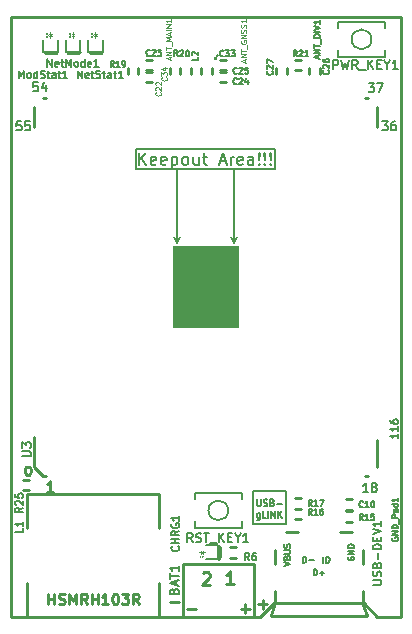
<source format=gbr>
G04 #@! TF.GenerationSoftware,KiCad,Pcbnew,5.1.5-52549c5~84~ubuntu18.04.1*
G04 #@! TF.CreationDate,2020-02-06T16:54:36+02:00*
G04 #@! TF.ProjectId,USB-gLINK_Rev_C,5553422d-674c-4494-9e4b-5f5265765f43,C*
G04 #@! TF.SameCoordinates,Original*
G04 #@! TF.FileFunction,Legend,Top*
G04 #@! TF.FilePolarity,Positive*
%FSLAX46Y46*%
G04 Gerber Fmt 4.6, Leading zero omitted, Abs format (unit mm)*
G04 Created by KiCad (PCBNEW 5.1.5-52549c5~84~ubuntu18.04.1) date 2020-02-06 16:54:36*
%MOMM*%
%LPD*%
G04 APERTURE LIST*
%ADD10C,0.127000*%
%ADD11C,0.158750*%
%ADD12C,0.203200*%
%ADD13C,0.190500*%
%ADD14C,0.139700*%
%ADD15C,0.254000*%
%ADD16C,0.100000*%
%ADD17C,0.050000*%
%ADD18C,0.114300*%
%ADD19C,0.222250*%
%ADD20C,0.177800*%
G04 APERTURE END LIST*
D10*
X144208500Y-54356000D02*
X144335501Y-54356000D01*
X144208500Y-54229000D02*
X144208500Y-54356000D01*
X144526000Y-54038500D02*
X144208500Y-54356000D01*
D11*
X159735761Y-86084833D02*
X159735761Y-86447690D01*
X159735761Y-86266261D02*
X159100761Y-86266261D01*
X159191476Y-86326738D01*
X159251952Y-86387214D01*
X159282190Y-86447690D01*
X159735761Y-85480071D02*
X159735761Y-85842928D01*
X159735761Y-85661500D02*
X159100761Y-85661500D01*
X159191476Y-85721976D01*
X159251952Y-85782452D01*
X159282190Y-85842928D01*
X159100761Y-84935785D02*
X159100761Y-85056738D01*
X159131000Y-85117214D01*
X159161238Y-85147452D01*
X159251952Y-85207928D01*
X159372904Y-85238166D01*
X159614809Y-85238166D01*
X159675285Y-85207928D01*
X159705523Y-85177690D01*
X159735761Y-85117214D01*
X159735761Y-84996261D01*
X159705523Y-84935785D01*
X159675285Y-84905547D01*
X159614809Y-84875309D01*
X159463619Y-84875309D01*
X159403142Y-84905547D01*
X159372904Y-84935785D01*
X159342666Y-84996261D01*
X159342666Y-85117214D01*
X159372904Y-85177690D01*
X159403142Y-85207928D01*
X159463619Y-85238166D01*
D12*
X150241000Y-90932000D02*
X147447000Y-90932000D01*
X150241000Y-93726000D02*
X150241000Y-90932000D01*
X147447000Y-93726000D02*
X150241000Y-93726000D01*
X147447000Y-90932000D02*
X147447000Y-93726000D01*
D13*
X127834571Y-59653714D02*
X127471714Y-59653714D01*
X127435428Y-60016571D01*
X127471714Y-59980285D01*
X127544285Y-59944000D01*
X127725714Y-59944000D01*
X127798285Y-59980285D01*
X127834571Y-60016571D01*
X127870857Y-60089142D01*
X127870857Y-60270571D01*
X127834571Y-60343142D01*
X127798285Y-60379428D01*
X127725714Y-60415714D01*
X127544285Y-60415714D01*
X127471714Y-60379428D01*
X127435428Y-60343142D01*
X128560285Y-59653714D02*
X128197428Y-59653714D01*
X128161142Y-60016571D01*
X128197428Y-59980285D01*
X128270000Y-59944000D01*
X128451428Y-59944000D01*
X128524000Y-59980285D01*
X128560285Y-60016571D01*
X128596571Y-60089142D01*
X128596571Y-60270571D01*
X128560285Y-60343142D01*
X128524000Y-60379428D01*
X128451428Y-60415714D01*
X128270000Y-60415714D01*
X128197428Y-60379428D01*
X128161142Y-60343142D01*
X129231571Y-56351714D02*
X128868714Y-56351714D01*
X128832428Y-56714571D01*
X128868714Y-56678285D01*
X128941285Y-56642000D01*
X129122714Y-56642000D01*
X129195285Y-56678285D01*
X129231571Y-56714571D01*
X129267857Y-56787142D01*
X129267857Y-56968571D01*
X129231571Y-57041142D01*
X129195285Y-57077428D01*
X129122714Y-57113714D01*
X128941285Y-57113714D01*
X128868714Y-57077428D01*
X128832428Y-57041142D01*
X129921000Y-56605714D02*
X129921000Y-57113714D01*
X129739571Y-56315428D02*
X129558142Y-56859714D01*
X130029857Y-56859714D01*
X157244142Y-56415214D02*
X157715857Y-56415214D01*
X157461857Y-56705500D01*
X157570714Y-56705500D01*
X157643285Y-56741785D01*
X157679571Y-56778071D01*
X157715857Y-56850642D01*
X157715857Y-57032071D01*
X157679571Y-57104642D01*
X157643285Y-57140928D01*
X157570714Y-57177214D01*
X157353000Y-57177214D01*
X157280428Y-57140928D01*
X157244142Y-57104642D01*
X157969857Y-56415214D02*
X158477857Y-56415214D01*
X158151285Y-57177214D01*
X158387142Y-59653714D02*
X158858857Y-59653714D01*
X158604857Y-59944000D01*
X158713714Y-59944000D01*
X158786285Y-59980285D01*
X158822571Y-60016571D01*
X158858857Y-60089142D01*
X158858857Y-60270571D01*
X158822571Y-60343142D01*
X158786285Y-60379428D01*
X158713714Y-60415714D01*
X158496000Y-60415714D01*
X158423428Y-60379428D01*
X158387142Y-60343142D01*
X159512000Y-59653714D02*
X159366857Y-59653714D01*
X159294285Y-59690000D01*
X159258000Y-59726285D01*
X159185428Y-59835142D01*
X159149142Y-59980285D01*
X159149142Y-60270571D01*
X159185428Y-60343142D01*
X159221714Y-60379428D01*
X159294285Y-60415714D01*
X159439428Y-60415714D01*
X159512000Y-60379428D01*
X159548285Y-60343142D01*
X159584571Y-60270571D01*
X159584571Y-60089142D01*
X159548285Y-60016571D01*
X159512000Y-59980285D01*
X159439428Y-59944000D01*
X159294285Y-59944000D01*
X159221714Y-59980285D01*
X159185428Y-60016571D01*
X159149142Y-60089142D01*
D14*
X147792923Y-91661040D02*
X147792923Y-92113402D01*
X147819533Y-92166621D01*
X147846142Y-92193230D01*
X147899361Y-92219840D01*
X148005800Y-92219840D01*
X148059019Y-92193230D01*
X148085628Y-92166621D01*
X148112238Y-92113402D01*
X148112238Y-91661040D01*
X148351723Y-92193230D02*
X148431552Y-92219840D01*
X148564600Y-92219840D01*
X148617819Y-92193230D01*
X148644428Y-92166621D01*
X148671038Y-92113402D01*
X148671038Y-92060183D01*
X148644428Y-92006964D01*
X148617819Y-91980354D01*
X148564600Y-91953745D01*
X148458161Y-91927135D01*
X148404942Y-91900526D01*
X148378333Y-91873916D01*
X148351723Y-91820697D01*
X148351723Y-91767478D01*
X148378333Y-91714259D01*
X148404942Y-91687650D01*
X148458161Y-91661040D01*
X148591209Y-91661040D01*
X148671038Y-91687650D01*
X149096790Y-91927135D02*
X149176619Y-91953745D01*
X149203228Y-91980354D01*
X149229838Y-92033573D01*
X149229838Y-92113402D01*
X149203228Y-92166621D01*
X149176619Y-92193230D01*
X149123400Y-92219840D01*
X148910523Y-92219840D01*
X148910523Y-91661040D01*
X149096790Y-91661040D01*
X149150009Y-91687650D01*
X149176619Y-91714259D01*
X149203228Y-91767478D01*
X149203228Y-91820697D01*
X149176619Y-91873916D01*
X149150009Y-91900526D01*
X149096790Y-91927135D01*
X148910523Y-91927135D01*
X149469323Y-92006964D02*
X149895076Y-92006964D01*
X148032409Y-92825207D02*
X148032409Y-93277569D01*
X148005800Y-93330788D01*
X147979190Y-93357397D01*
X147925971Y-93384007D01*
X147846142Y-93384007D01*
X147792923Y-93357397D01*
X148032409Y-93171130D02*
X147979190Y-93197740D01*
X147872752Y-93197740D01*
X147819533Y-93171130D01*
X147792923Y-93144521D01*
X147766314Y-93091302D01*
X147766314Y-92931645D01*
X147792923Y-92878426D01*
X147819533Y-92851816D01*
X147872752Y-92825207D01*
X147979190Y-92825207D01*
X148032409Y-92851816D01*
X148564600Y-93197740D02*
X148298504Y-93197740D01*
X148298504Y-92638940D01*
X148750866Y-93197740D02*
X148750866Y-92638940D01*
X149016961Y-93197740D02*
X149016961Y-92638940D01*
X149336276Y-93197740D01*
X149336276Y-92638940D01*
X149602371Y-93197740D02*
X149602371Y-92638940D01*
X149921685Y-93197740D02*
X149682200Y-92878426D01*
X149921685Y-92638940D02*
X149602371Y-92958254D01*
D15*
X147885452Y-100529571D02*
X148659547Y-100529571D01*
X148272500Y-100916619D02*
X148272500Y-100142523D01*
X140392452Y-100339071D02*
X141166547Y-100339071D01*
X141852952Y-100910571D02*
X142627047Y-100910571D01*
X146424952Y-100910571D02*
X147199047Y-100910571D01*
X146812000Y-101297619D02*
X146812000Y-100523523D01*
X157988000Y-101600000D02*
X160020000Y-101600000D01*
X149225000Y-100457000D02*
X148082000Y-101600000D01*
X156845000Y-100457000D02*
X149225000Y-100457000D01*
X157988000Y-101600000D02*
X156845000Y-100457000D01*
X127000000Y-101600000D02*
X148082000Y-101600000D01*
D13*
X157207857Y-91022714D02*
X156772428Y-91022714D01*
X156990142Y-91022714D02*
X156990142Y-90260714D01*
X156917571Y-90369571D01*
X156845000Y-90442142D01*
X156772428Y-90478428D01*
X157643285Y-90587285D02*
X157570714Y-90551000D01*
X157534428Y-90514714D01*
X157498142Y-90442142D01*
X157498142Y-90405857D01*
X157534428Y-90333285D01*
X157570714Y-90297000D01*
X157643285Y-90260714D01*
X157788428Y-90260714D01*
X157861000Y-90297000D01*
X157897285Y-90333285D01*
X157933571Y-90405857D01*
X157933571Y-90442142D01*
X157897285Y-90514714D01*
X157861000Y-90551000D01*
X157788428Y-90587285D01*
X157643285Y-90587285D01*
X157570714Y-90623571D01*
X157534428Y-90659857D01*
X157498142Y-90732428D01*
X157498142Y-90877571D01*
X157534428Y-90950142D01*
X157570714Y-90986428D01*
X157643285Y-91022714D01*
X157788428Y-91022714D01*
X157861000Y-90986428D01*
X157897285Y-90950142D01*
X157933571Y-90877571D01*
X157933571Y-90732428D01*
X157897285Y-90659857D01*
X157861000Y-90623571D01*
X157788428Y-90587285D01*
D15*
X127000000Y-50800000D02*
X160020000Y-50800000D01*
X127000000Y-101600000D02*
X127000000Y-50800000D01*
X160020000Y-101600000D02*
X160020000Y-50800000D01*
X140398500Y-55372000D02*
X140398500Y-55118000D01*
X140398500Y-55372000D02*
X140398500Y-55626000D01*
X141287500Y-55372000D02*
X141287500Y-55626000D01*
X141287500Y-55372000D02*
X141287500Y-55118000D01*
X142176500Y-55372000D02*
X142176500Y-55626000D01*
X142176500Y-55372000D02*
X142176500Y-55118000D01*
X141287500Y-55372000D02*
X141287500Y-55118000D01*
X141287500Y-55372000D02*
X141287500Y-55626000D01*
X143065500Y-55372000D02*
X143065500Y-55626000D01*
X143065500Y-55372000D02*
X143065500Y-55118000D01*
X142176500Y-55372000D02*
X142176500Y-55118000D01*
X142176500Y-55372000D02*
X142176500Y-55626000D01*
D12*
X149346500Y-63660000D02*
X149346500Y-61960000D01*
X149346500Y-61960000D02*
X137546500Y-61960000D01*
X137546500Y-63660000D02*
X137546500Y-61960000D01*
X149346500Y-63660000D02*
X137546500Y-63660000D01*
X145846500Y-69910000D02*
X145596500Y-69410000D01*
X145846500Y-69910000D02*
X146096500Y-69410000D01*
X145846500Y-63660000D02*
X145846500Y-69910000D01*
X141046500Y-69910000D02*
X141296500Y-69410000D01*
X141046500Y-69910000D02*
X140796500Y-69410000D01*
X141046500Y-63660000D02*
X141046500Y-69910000D01*
D16*
G36*
X140646500Y-77160000D02*
G01*
X140646500Y-70160000D01*
X146246500Y-70160000D01*
X146246500Y-77160000D01*
X140646500Y-77160000D01*
G37*
D15*
X129696500Y-89660000D02*
X128946500Y-88910000D01*
X128946500Y-58410000D02*
X128946500Y-60160000D01*
X129696500Y-89660000D02*
X129946500Y-89660000D01*
X129696500Y-57660000D02*
X129946500Y-57660000D01*
X157946500Y-88910000D02*
X157946500Y-86660000D01*
X157196500Y-89660000D02*
X156946500Y-89660000D01*
X157946500Y-58410000D02*
X157946500Y-60160000D01*
X157196500Y-57660000D02*
X156946500Y-57660000D01*
X128946500Y-86410000D02*
X128946500Y-88910000D01*
X139505000Y-101593000D02*
X139505000Y-98693000D01*
X139505000Y-91193000D02*
X139505000Y-94093000D01*
X128305000Y-91193000D02*
X128305000Y-94093000D01*
X128305000Y-101593000D02*
X128305000Y-98693000D01*
X139505000Y-101593000D02*
X128305000Y-101593000D01*
X128305000Y-91193000D02*
X139505000Y-91193000D01*
D10*
X129717800Y-53735899D02*
X129717800Y-52719899D01*
X130937000Y-52719899D02*
X130937000Y-53735899D01*
D16*
X130302000Y-52078899D02*
X130302000Y-52598899D01*
X130412000Y-52248899D02*
X130192000Y-52248899D01*
X130412000Y-52248899D02*
X130312000Y-52358899D01*
X130192000Y-52248899D02*
X130292000Y-52348899D01*
X130412000Y-52438899D02*
X130192000Y-52438899D01*
D17*
X130056400Y-52516699D02*
X129946400Y-52386699D01*
X129947400Y-52385099D02*
X129957400Y-52465099D01*
X129947400Y-52385099D02*
X130027400Y-52385099D01*
X129947400Y-52169699D02*
X130027400Y-52169699D01*
X129947400Y-52169699D02*
X129957400Y-52249699D01*
X130077400Y-52309699D02*
X129967400Y-52179699D01*
D15*
X130873500Y-53748599D02*
X130746500Y-53900999D01*
X129781300Y-53748599D02*
X129908300Y-53888299D01*
X130746500Y-53900999D02*
X129921000Y-53900999D01*
X129819400Y-53735899D02*
X130860800Y-53735899D01*
X147543520Y-101645720D02*
X147543520Y-97152460D01*
X141508480Y-101645720D02*
X147543520Y-101645720D01*
X141508480Y-97129600D02*
X141508480Y-101645720D01*
X147556220Y-97129600D02*
X141508480Y-97129600D01*
X155575000Y-91630500D02*
X155829000Y-91630500D01*
X155575000Y-91630500D02*
X155321000Y-91630500D01*
X155575000Y-92519500D02*
X155321000Y-92519500D01*
X155575000Y-92519500D02*
X155829000Y-92519500D01*
X138684000Y-55435500D02*
X138938000Y-55435500D01*
X138684000Y-55435500D02*
X138430000Y-55435500D01*
X138684000Y-56324500D02*
X138430000Y-56324500D01*
X138684000Y-56324500D02*
X138938000Y-56324500D01*
X138684000Y-54419500D02*
X138938000Y-54419500D01*
X138684000Y-54419500D02*
X138430000Y-54419500D01*
X138684000Y-55308500D02*
X138430000Y-55308500D01*
X138684000Y-55308500D02*
X138938000Y-55308500D01*
X144907000Y-55435500D02*
X145161000Y-55435500D01*
X144907000Y-55435500D02*
X144653000Y-55435500D01*
X144907000Y-56324500D02*
X144653000Y-56324500D01*
X144907000Y-56324500D02*
X145161000Y-56324500D01*
X144907000Y-54419500D02*
X145161000Y-54419500D01*
X144907000Y-54419500D02*
X144653000Y-54419500D01*
X144907000Y-55308500D02*
X144653000Y-55308500D01*
X144907000Y-55308500D02*
X145161000Y-55308500D01*
D10*
X144526000Y-96723200D02*
X143510000Y-96723200D01*
X143510000Y-95504000D02*
X144526000Y-95504000D01*
D16*
X142869000Y-96139000D02*
X143389000Y-96139000D01*
X143039000Y-96029000D02*
X143039000Y-96249000D01*
X143039000Y-96029000D02*
X143149000Y-96129000D01*
X143039000Y-96249000D02*
X143139000Y-96149000D01*
X143229000Y-96029000D02*
X143229000Y-96249000D01*
D17*
X143306800Y-96384600D02*
X143176800Y-96494600D01*
X143175200Y-96493600D02*
X143255200Y-96483600D01*
X143175200Y-96493600D02*
X143175200Y-96413600D01*
X142959800Y-96493600D02*
X142959800Y-96413600D01*
X142959800Y-96493600D02*
X143039800Y-96483600D01*
X143099800Y-96363600D02*
X142969800Y-96473600D01*
D15*
X144538700Y-95567500D02*
X144691100Y-95694500D01*
X144538700Y-96659700D02*
X144678400Y-96532700D01*
X144691100Y-95694500D02*
X144691100Y-96520000D01*
X144526000Y-96621600D02*
X144526000Y-95580200D01*
D10*
X157494239Y-52705000D02*
G75*
G03X157494239Y-52705000I-839738J0D01*
G01*
X158654501Y-51766000D02*
X158654501Y-51207200D01*
X158654501Y-54202800D02*
X158654501Y-53593200D01*
X154654501Y-51766000D02*
X154654501Y-51207200D01*
X154654501Y-54202000D02*
X154654501Y-53643200D01*
X158654501Y-51205000D02*
X154654501Y-51205000D01*
X158654501Y-54205000D02*
X154654501Y-54205000D01*
X145365738Y-92583000D02*
G75*
G03X145365738Y-92583000I-839738J0D01*
G01*
X146526000Y-91644000D02*
X146526000Y-91085200D01*
X146526000Y-94080800D02*
X146526000Y-93471200D01*
X142526000Y-91644000D02*
X142526000Y-91085200D01*
X142526000Y-94080000D02*
X142526000Y-93521200D01*
X146526000Y-91083000D02*
X142526000Y-91083000D01*
X146526000Y-94083000D02*
X142526000Y-94083000D01*
D15*
X145796000Y-96583500D02*
X145542000Y-96583500D01*
X145796000Y-96583500D02*
X146050000Y-96583500D01*
X145796000Y-95694500D02*
X146050000Y-95694500D01*
X145796000Y-95694500D02*
X145542000Y-95694500D01*
X155575000Y-92646500D02*
X155829000Y-92646500D01*
X155575000Y-92646500D02*
X155321000Y-92646500D01*
X155575000Y-93535500D02*
X155321000Y-93535500D01*
X155575000Y-93535500D02*
X155829000Y-93535500D01*
X151257000Y-93333000D02*
X151003000Y-93333000D01*
X151257000Y-93333000D02*
X151511000Y-93333000D01*
X151257000Y-92444000D02*
X151511000Y-92444000D01*
X151257000Y-92444000D02*
X151003000Y-92444000D01*
X151257000Y-92456000D02*
X151003000Y-92456000D01*
X151257000Y-92456000D02*
X151511000Y-92456000D01*
X151257000Y-91567000D02*
X151511000Y-91567000D01*
X151257000Y-91567000D02*
X151003000Y-91567000D01*
X136842500Y-55372000D02*
X136842500Y-55118000D01*
X136842500Y-55372000D02*
X136842500Y-55626000D01*
X137731500Y-55372000D02*
X137731500Y-55626000D01*
X137731500Y-55372000D02*
X137731500Y-55118000D01*
X131724400Y-53735899D02*
X132765800Y-53735899D01*
X132651500Y-53900999D02*
X131826000Y-53900999D01*
X131686300Y-53748599D02*
X131813300Y-53888299D01*
X132778500Y-53748599D02*
X132651500Y-53900999D01*
D17*
X131982400Y-52309699D02*
X131872400Y-52179699D01*
X131852400Y-52169699D02*
X131862400Y-52249699D01*
X131852400Y-52169699D02*
X131932400Y-52169699D01*
X131852400Y-52385099D02*
X131932400Y-52385099D01*
X131852400Y-52385099D02*
X131862400Y-52465099D01*
X131961400Y-52516699D02*
X131851400Y-52386699D01*
D16*
X132317000Y-52438899D02*
X132097000Y-52438899D01*
X132097000Y-52248899D02*
X132197000Y-52348899D01*
X132317000Y-52248899D02*
X132217000Y-52358899D01*
X132317000Y-52248899D02*
X132097000Y-52248899D01*
X132207000Y-52078899D02*
X132207000Y-52598899D01*
D10*
X132842000Y-52719899D02*
X132842000Y-53735899D01*
X131622800Y-53735899D02*
X131622800Y-52719899D01*
D15*
X133629400Y-53735899D02*
X134670800Y-53735899D01*
X134556500Y-53900999D02*
X133731000Y-53900999D01*
X133591300Y-53748599D02*
X133718300Y-53888299D01*
X134683500Y-53748599D02*
X134556500Y-53900999D01*
D17*
X133887400Y-52309699D02*
X133777400Y-52179699D01*
X133757400Y-52169699D02*
X133767400Y-52249699D01*
X133757400Y-52169699D02*
X133837400Y-52169699D01*
X133757400Y-52385099D02*
X133837400Y-52385099D01*
X133757400Y-52385099D02*
X133767400Y-52465099D01*
X133866400Y-52516699D02*
X133756400Y-52386699D01*
D16*
X134222000Y-52438899D02*
X134002000Y-52438899D01*
X134002000Y-52248899D02*
X134102000Y-52348899D01*
X134222000Y-52248899D02*
X134122000Y-52358899D01*
X134222000Y-52248899D02*
X134002000Y-52248899D01*
X134112000Y-52078899D02*
X134112000Y-52598899D01*
D10*
X134747000Y-52719899D02*
X134747000Y-53735899D01*
X133527800Y-53735899D02*
X133527800Y-52719899D01*
D15*
X148971000Y-101473000D02*
X149352000Y-100457000D01*
X157099000Y-101473000D02*
X156718000Y-100457000D01*
X156735000Y-95944000D02*
X156735000Y-97144000D01*
X149335000Y-100444000D02*
X149335000Y-99444000D01*
X157099000Y-101544000D02*
X148971000Y-101544000D01*
X156735000Y-99444000D02*
X156735000Y-100444000D01*
X155835000Y-94444000D02*
X154835000Y-94444000D01*
X151235000Y-94444000D02*
X150235000Y-94444000D01*
X149335000Y-95944000D02*
X149335000Y-97144000D01*
X156735000Y-100444000D02*
X149335000Y-100444000D01*
X153098500Y-55372000D02*
X153098500Y-55626000D01*
X153098500Y-55372000D02*
X153098500Y-55118000D01*
X152209500Y-55372000D02*
X152209500Y-55118000D01*
X152209500Y-55372000D02*
X152209500Y-55626000D01*
X149415500Y-55372000D02*
X149415500Y-55626000D01*
X149415500Y-55372000D02*
X149415500Y-55118000D01*
X150304500Y-55372000D02*
X150304500Y-55118000D01*
X150304500Y-55372000D02*
X150304500Y-55626000D01*
X151257000Y-54419500D02*
X151003000Y-54419500D01*
X151257000Y-54419500D02*
X151511000Y-54419500D01*
X151257000Y-55308500D02*
X151511000Y-55308500D01*
X151257000Y-55308500D02*
X151003000Y-55308500D01*
X143065500Y-55372000D02*
X143065500Y-55626000D01*
X143065500Y-55372000D02*
X143065500Y-55118000D01*
X143954500Y-55372000D02*
X143954500Y-55118000D01*
X143954500Y-55372000D02*
X143954500Y-55626000D01*
X128270000Y-89979500D02*
X128016000Y-89979500D01*
X128270000Y-89979500D02*
X128524000Y-89979500D01*
X128270000Y-90868500D02*
X128524000Y-90868500D01*
X128270000Y-90868500D02*
X128016000Y-90868500D01*
D18*
X140117285Y-55919914D02*
X140139057Y-55941685D01*
X140160828Y-56007000D01*
X140160828Y-56050542D01*
X140139057Y-56115857D01*
X140095514Y-56159400D01*
X140051971Y-56181171D01*
X139964885Y-56202942D01*
X139899571Y-56202942D01*
X139812485Y-56181171D01*
X139768942Y-56159400D01*
X139725400Y-56115857D01*
X139703628Y-56050542D01*
X139703628Y-56007000D01*
X139725400Y-55941685D01*
X139747171Y-55919914D01*
X139703628Y-55767514D02*
X139703628Y-55484485D01*
X139877800Y-55636885D01*
X139877800Y-55571571D01*
X139899571Y-55528028D01*
X139921342Y-55506257D01*
X139964885Y-55484485D01*
X140073742Y-55484485D01*
X140117285Y-55506257D01*
X140139057Y-55528028D01*
X140160828Y-55571571D01*
X140160828Y-55702200D01*
X140139057Y-55745742D01*
X140117285Y-55767514D01*
X139856028Y-55092600D02*
X140160828Y-55092600D01*
X139681857Y-55201457D02*
X140008428Y-55310314D01*
X140008428Y-55027285D01*
D10*
X141087928Y-54141309D02*
X140918595Y-53899404D01*
X140797642Y-54141309D02*
X140797642Y-53633309D01*
X140991166Y-53633309D01*
X141039547Y-53657500D01*
X141063738Y-53681690D01*
X141087928Y-53730071D01*
X141087928Y-53802642D01*
X141063738Y-53851023D01*
X141039547Y-53875214D01*
X140991166Y-53899404D01*
X140797642Y-53899404D01*
X141281452Y-53681690D02*
X141305642Y-53657500D01*
X141354023Y-53633309D01*
X141474976Y-53633309D01*
X141523357Y-53657500D01*
X141547547Y-53681690D01*
X141571738Y-53730071D01*
X141571738Y-53778452D01*
X141547547Y-53851023D01*
X141257261Y-54141309D01*
X141571738Y-54141309D01*
X141886214Y-53633309D02*
X141934595Y-53633309D01*
X141982976Y-53657500D01*
X142007166Y-53681690D01*
X142031357Y-53730071D01*
X142055547Y-53826833D01*
X142055547Y-53947785D01*
X142031357Y-54044547D01*
X142007166Y-54092928D01*
X141982976Y-54117119D01*
X141934595Y-54141309D01*
X141886214Y-54141309D01*
X141837833Y-54117119D01*
X141813642Y-54092928D01*
X141789452Y-54044547D01*
X141765261Y-53947785D01*
X141765261Y-53826833D01*
X141789452Y-53730071D01*
X141813642Y-53681690D01*
X141837833Y-53657500D01*
X141886214Y-53633309D01*
X142787309Y-54186666D02*
X142787309Y-54428571D01*
X142279309Y-54428571D01*
X142327690Y-54041523D02*
X142303500Y-54017333D01*
X142279309Y-53968952D01*
X142279309Y-53848000D01*
X142303500Y-53799619D01*
X142327690Y-53775428D01*
X142376071Y-53751238D01*
X142424452Y-53751238D01*
X142497023Y-53775428D01*
X142787309Y-54065714D01*
X142787309Y-53751238D01*
D13*
X127916214Y-88020071D02*
X128533071Y-88020071D01*
X128605642Y-87983785D01*
X128641928Y-87947500D01*
X128678214Y-87874928D01*
X128678214Y-87729785D01*
X128641928Y-87657214D01*
X128605642Y-87620928D01*
X128533071Y-87584642D01*
X127916214Y-87584642D01*
X127916214Y-87294357D02*
X127916214Y-86822642D01*
X128206500Y-87076642D01*
X128206500Y-86967785D01*
X128242785Y-86895214D01*
X128279071Y-86858928D01*
X128351642Y-86822642D01*
X128533071Y-86822642D01*
X128605642Y-86858928D01*
X128641928Y-86895214D01*
X128678214Y-86967785D01*
X128678214Y-87185500D01*
X128641928Y-87258071D01*
X128605642Y-87294357D01*
D12*
X137819190Y-63324619D02*
X137819190Y-62308619D01*
X138399761Y-63324619D02*
X137964333Y-62744047D01*
X138399761Y-62308619D02*
X137819190Y-62889190D01*
X139222238Y-63276238D02*
X139125476Y-63324619D01*
X138931952Y-63324619D01*
X138835190Y-63276238D01*
X138786809Y-63179476D01*
X138786809Y-62792428D01*
X138835190Y-62695666D01*
X138931952Y-62647285D01*
X139125476Y-62647285D01*
X139222238Y-62695666D01*
X139270619Y-62792428D01*
X139270619Y-62889190D01*
X138786809Y-62985952D01*
X140093095Y-63276238D02*
X139996333Y-63324619D01*
X139802809Y-63324619D01*
X139706047Y-63276238D01*
X139657666Y-63179476D01*
X139657666Y-62792428D01*
X139706047Y-62695666D01*
X139802809Y-62647285D01*
X139996333Y-62647285D01*
X140093095Y-62695666D01*
X140141476Y-62792428D01*
X140141476Y-62889190D01*
X139657666Y-62985952D01*
X140576904Y-62647285D02*
X140576904Y-63663285D01*
X140576904Y-62695666D02*
X140673666Y-62647285D01*
X140867190Y-62647285D01*
X140963952Y-62695666D01*
X141012333Y-62744047D01*
X141060714Y-62840809D01*
X141060714Y-63131095D01*
X141012333Y-63227857D01*
X140963952Y-63276238D01*
X140867190Y-63324619D01*
X140673666Y-63324619D01*
X140576904Y-63276238D01*
X141641285Y-63324619D02*
X141544523Y-63276238D01*
X141496142Y-63227857D01*
X141447761Y-63131095D01*
X141447761Y-62840809D01*
X141496142Y-62744047D01*
X141544523Y-62695666D01*
X141641285Y-62647285D01*
X141786428Y-62647285D01*
X141883190Y-62695666D01*
X141931571Y-62744047D01*
X141979952Y-62840809D01*
X141979952Y-63131095D01*
X141931571Y-63227857D01*
X141883190Y-63276238D01*
X141786428Y-63324619D01*
X141641285Y-63324619D01*
X142850809Y-62647285D02*
X142850809Y-63324619D01*
X142415380Y-62647285D02*
X142415380Y-63179476D01*
X142463761Y-63276238D01*
X142560523Y-63324619D01*
X142705666Y-63324619D01*
X142802428Y-63276238D01*
X142850809Y-63227857D01*
X143189476Y-62647285D02*
X143576523Y-62647285D01*
X143334619Y-62308619D02*
X143334619Y-63179476D01*
X143383000Y-63276238D01*
X143479761Y-63324619D01*
X143576523Y-63324619D01*
X144640904Y-63034333D02*
X145124714Y-63034333D01*
X144544142Y-63324619D02*
X144882809Y-62308619D01*
X145221476Y-63324619D01*
X145560142Y-63324619D02*
X145560142Y-62647285D01*
X145560142Y-62840809D02*
X145608523Y-62744047D01*
X145656904Y-62695666D01*
X145753666Y-62647285D01*
X145850428Y-62647285D01*
X146576142Y-63276238D02*
X146479380Y-63324619D01*
X146285857Y-63324619D01*
X146189095Y-63276238D01*
X146140714Y-63179476D01*
X146140714Y-62792428D01*
X146189095Y-62695666D01*
X146285857Y-62647285D01*
X146479380Y-62647285D01*
X146576142Y-62695666D01*
X146624523Y-62792428D01*
X146624523Y-62889190D01*
X146140714Y-62985952D01*
X147495380Y-63324619D02*
X147495380Y-62792428D01*
X147447000Y-62695666D01*
X147350238Y-62647285D01*
X147156714Y-62647285D01*
X147059952Y-62695666D01*
X147495380Y-63276238D02*
X147398619Y-63324619D01*
X147156714Y-63324619D01*
X147059952Y-63276238D01*
X147011571Y-63179476D01*
X147011571Y-63082714D01*
X147059952Y-62985952D01*
X147156714Y-62937571D01*
X147398619Y-62937571D01*
X147495380Y-62889190D01*
X147979190Y-63227857D02*
X148027571Y-63276238D01*
X147979190Y-63324619D01*
X147930809Y-63276238D01*
X147979190Y-63227857D01*
X147979190Y-63324619D01*
X147979190Y-62937571D02*
X147930809Y-62357000D01*
X147979190Y-62308619D01*
X148027571Y-62357000D01*
X147979190Y-62937571D01*
X147979190Y-62308619D01*
X148463000Y-63227857D02*
X148511380Y-63276238D01*
X148463000Y-63324619D01*
X148414619Y-63276238D01*
X148463000Y-63227857D01*
X148463000Y-63324619D01*
X148463000Y-62937571D02*
X148414619Y-62357000D01*
X148463000Y-62308619D01*
X148511380Y-62357000D01*
X148463000Y-62937571D01*
X148463000Y-62308619D01*
X148946809Y-63227857D02*
X148995190Y-63276238D01*
X148946809Y-63324619D01*
X148898428Y-63276238D01*
X148946809Y-63227857D01*
X148946809Y-63324619D01*
X148946809Y-62937571D02*
X148898428Y-62357000D01*
X148946809Y-62308619D01*
X148995190Y-62357000D01*
X148946809Y-62937571D01*
X148946809Y-62308619D01*
D15*
X128324428Y-89550119D02*
X128227666Y-89501738D01*
X128179285Y-89453357D01*
X128130904Y-89356595D01*
X128130904Y-89066309D01*
X128179285Y-88969547D01*
X128227666Y-88921166D01*
X128324428Y-88872785D01*
X128469571Y-88872785D01*
X128566333Y-88921166D01*
X128614714Y-88969547D01*
X128663095Y-89066309D01*
X128663095Y-89356595D01*
X128614714Y-89453357D01*
X128566333Y-89501738D01*
X128469571Y-89550119D01*
X128324428Y-89550119D01*
D19*
X130492500Y-91016666D02*
X129984500Y-91016666D01*
X130238500Y-91016666D02*
X130238500Y-90127666D01*
X130153833Y-90254666D01*
X130069166Y-90339333D01*
X129984500Y-90381666D01*
D11*
X127985761Y-94085833D02*
X127985761Y-94388214D01*
X127350761Y-94388214D01*
X127985761Y-93541547D02*
X127985761Y-93904404D01*
X127985761Y-93722976D02*
X127350761Y-93722976D01*
X127441476Y-93783452D01*
X127501952Y-93843928D01*
X127532190Y-93904404D01*
D19*
X130111500Y-100541666D02*
X130111500Y-99652666D01*
X130111500Y-100076000D02*
X130619500Y-100076000D01*
X130619500Y-100541666D02*
X130619500Y-99652666D01*
X131000500Y-100499333D02*
X131127500Y-100541666D01*
X131339166Y-100541666D01*
X131423833Y-100499333D01*
X131466166Y-100457000D01*
X131508500Y-100372333D01*
X131508500Y-100287666D01*
X131466166Y-100203000D01*
X131423833Y-100160666D01*
X131339166Y-100118333D01*
X131169833Y-100076000D01*
X131085166Y-100033666D01*
X131042833Y-99991333D01*
X131000500Y-99906666D01*
X131000500Y-99822000D01*
X131042833Y-99737333D01*
X131085166Y-99695000D01*
X131169833Y-99652666D01*
X131381500Y-99652666D01*
X131508500Y-99695000D01*
X131889500Y-100541666D02*
X131889500Y-99652666D01*
X132185833Y-100287666D01*
X132482166Y-99652666D01*
X132482166Y-100541666D01*
X133413500Y-100541666D02*
X133117166Y-100118333D01*
X132905500Y-100541666D02*
X132905500Y-99652666D01*
X133244166Y-99652666D01*
X133328833Y-99695000D01*
X133371166Y-99737333D01*
X133413500Y-99822000D01*
X133413500Y-99949000D01*
X133371166Y-100033666D01*
X133328833Y-100076000D01*
X133244166Y-100118333D01*
X132905500Y-100118333D01*
X133794500Y-100541666D02*
X133794500Y-99652666D01*
X133794500Y-100076000D02*
X134302500Y-100076000D01*
X134302500Y-100541666D02*
X134302500Y-99652666D01*
X135191500Y-100541666D02*
X134683500Y-100541666D01*
X134937500Y-100541666D02*
X134937500Y-99652666D01*
X134852833Y-99779666D01*
X134768166Y-99864333D01*
X134683500Y-99906666D01*
X135741833Y-99652666D02*
X135826500Y-99652666D01*
X135911166Y-99695000D01*
X135953500Y-99737333D01*
X135995833Y-99822000D01*
X136038166Y-99991333D01*
X136038166Y-100203000D01*
X135995833Y-100372333D01*
X135953500Y-100457000D01*
X135911166Y-100499333D01*
X135826500Y-100541666D01*
X135741833Y-100541666D01*
X135657166Y-100499333D01*
X135614833Y-100457000D01*
X135572500Y-100372333D01*
X135530166Y-100203000D01*
X135530166Y-99991333D01*
X135572500Y-99822000D01*
X135614833Y-99737333D01*
X135657166Y-99695000D01*
X135741833Y-99652666D01*
X136334500Y-99652666D02*
X136884833Y-99652666D01*
X136588500Y-99991333D01*
X136715500Y-99991333D01*
X136800166Y-100033666D01*
X136842500Y-100076000D01*
X136884833Y-100160666D01*
X136884833Y-100372333D01*
X136842500Y-100457000D01*
X136800166Y-100499333D01*
X136715500Y-100541666D01*
X136461500Y-100541666D01*
X136376833Y-100499333D01*
X136334500Y-100457000D01*
X137773833Y-100541666D02*
X137477500Y-100118333D01*
X137265833Y-100541666D02*
X137265833Y-99652666D01*
X137604500Y-99652666D01*
X137689166Y-99695000D01*
X137731500Y-99737333D01*
X137773833Y-99822000D01*
X137773833Y-99949000D01*
X137731500Y-100033666D01*
X137689166Y-100076000D01*
X137604500Y-100118333D01*
X137265833Y-100118333D01*
D11*
X127625928Y-55976761D02*
X127625928Y-55341761D01*
X127837595Y-55795333D01*
X128049261Y-55341761D01*
X128049261Y-55976761D01*
X128442357Y-55976761D02*
X128381880Y-55946523D01*
X128351642Y-55916285D01*
X128321404Y-55855809D01*
X128321404Y-55674380D01*
X128351642Y-55613904D01*
X128381880Y-55583666D01*
X128442357Y-55553428D01*
X128533071Y-55553428D01*
X128593547Y-55583666D01*
X128623785Y-55613904D01*
X128654023Y-55674380D01*
X128654023Y-55855809D01*
X128623785Y-55916285D01*
X128593547Y-55946523D01*
X128533071Y-55976761D01*
X128442357Y-55976761D01*
X129198309Y-55976761D02*
X129198309Y-55341761D01*
X129198309Y-55946523D02*
X129137833Y-55976761D01*
X129016880Y-55976761D01*
X128956404Y-55946523D01*
X128926166Y-55916285D01*
X128895928Y-55855809D01*
X128895928Y-55674380D01*
X128926166Y-55613904D01*
X128956404Y-55583666D01*
X129016880Y-55553428D01*
X129137833Y-55553428D01*
X129198309Y-55583666D01*
X129470452Y-55946523D02*
X129561166Y-55976761D01*
X129712357Y-55976761D01*
X129772833Y-55946523D01*
X129803071Y-55916285D01*
X129833309Y-55855809D01*
X129833309Y-55795333D01*
X129803071Y-55734857D01*
X129772833Y-55704619D01*
X129712357Y-55674380D01*
X129591404Y-55644142D01*
X129530928Y-55613904D01*
X129500690Y-55583666D01*
X129470452Y-55523190D01*
X129470452Y-55462714D01*
X129500690Y-55402238D01*
X129530928Y-55372000D01*
X129591404Y-55341761D01*
X129742595Y-55341761D01*
X129833309Y-55372000D01*
X130014738Y-55553428D02*
X130256642Y-55553428D01*
X130105452Y-55341761D02*
X130105452Y-55886047D01*
X130135690Y-55946523D01*
X130196166Y-55976761D01*
X130256642Y-55976761D01*
X130740452Y-55976761D02*
X130740452Y-55644142D01*
X130710214Y-55583666D01*
X130649738Y-55553428D01*
X130528785Y-55553428D01*
X130468309Y-55583666D01*
X130740452Y-55946523D02*
X130679976Y-55976761D01*
X130528785Y-55976761D01*
X130468309Y-55946523D01*
X130438071Y-55886047D01*
X130438071Y-55825571D01*
X130468309Y-55765095D01*
X130528785Y-55734857D01*
X130679976Y-55734857D01*
X130740452Y-55704619D01*
X130952119Y-55553428D02*
X131194023Y-55553428D01*
X131042833Y-55341761D02*
X131042833Y-55886047D01*
X131073071Y-55946523D01*
X131133547Y-55976761D01*
X131194023Y-55976761D01*
X131738309Y-55976761D02*
X131375452Y-55976761D01*
X131556880Y-55976761D02*
X131556880Y-55341761D01*
X131496404Y-55432476D01*
X131435928Y-55492952D01*
X131375452Y-55523190D01*
D13*
X140788571Y-99413785D02*
X140824857Y-99304928D01*
X140861142Y-99268642D01*
X140933714Y-99232357D01*
X141042571Y-99232357D01*
X141115142Y-99268642D01*
X141151428Y-99304928D01*
X141187714Y-99377500D01*
X141187714Y-99667785D01*
X140425714Y-99667785D01*
X140425714Y-99413785D01*
X140462000Y-99341214D01*
X140498285Y-99304928D01*
X140570857Y-99268642D01*
X140643428Y-99268642D01*
X140716000Y-99304928D01*
X140752285Y-99341214D01*
X140788571Y-99413785D01*
X140788571Y-99667785D01*
X140970000Y-98942071D02*
X140970000Y-98579214D01*
X141187714Y-99014642D02*
X140425714Y-98760642D01*
X141187714Y-98506642D01*
X140425714Y-98361500D02*
X140425714Y-97926071D01*
X141187714Y-98143785D02*
X140425714Y-98143785D01*
X141187714Y-97272928D02*
X141187714Y-97708357D01*
X141187714Y-97490642D02*
X140425714Y-97490642D01*
X140534571Y-97563214D01*
X140607142Y-97635785D01*
X140643428Y-97708357D01*
D15*
X145823265Y-98859119D02*
X145194694Y-98859119D01*
X145508980Y-98859119D02*
X145508980Y-97759119D01*
X145404218Y-97916261D01*
X145299456Y-98021023D01*
X145194694Y-98073404D01*
X143190634Y-97927380D02*
X143243015Y-97875000D01*
X143347777Y-97822619D01*
X143609681Y-97822619D01*
X143714443Y-97875000D01*
X143766824Y-97927380D01*
X143819205Y-98032142D01*
X143819205Y-98136904D01*
X143766824Y-98294047D01*
X143138253Y-98922619D01*
X143819205Y-98922619D01*
D10*
X156772428Y-92256428D02*
X156748238Y-92280619D01*
X156675666Y-92304809D01*
X156627285Y-92304809D01*
X156554714Y-92280619D01*
X156506333Y-92232238D01*
X156482142Y-92183857D01*
X156457952Y-92087095D01*
X156457952Y-92014523D01*
X156482142Y-91917761D01*
X156506333Y-91869380D01*
X156554714Y-91821000D01*
X156627285Y-91796809D01*
X156675666Y-91796809D01*
X156748238Y-91821000D01*
X156772428Y-91845190D01*
X157256238Y-92304809D02*
X156965952Y-92304809D01*
X157111095Y-92304809D02*
X157111095Y-91796809D01*
X157062714Y-91869380D01*
X157014333Y-91917761D01*
X156965952Y-91941952D01*
X157570714Y-91796809D02*
X157619095Y-91796809D01*
X157667476Y-91821000D01*
X157691666Y-91845190D01*
X157715857Y-91893571D01*
X157740047Y-91990333D01*
X157740047Y-92111285D01*
X157715857Y-92208047D01*
X157691666Y-92256428D01*
X157667476Y-92280619D01*
X157619095Y-92304809D01*
X157570714Y-92304809D01*
X157522333Y-92280619D01*
X157498142Y-92256428D01*
X157473952Y-92208047D01*
X157449761Y-92111285D01*
X157449761Y-91990333D01*
X157473952Y-91893571D01*
X157498142Y-91845190D01*
X157522333Y-91821000D01*
X157570714Y-91796809D01*
D18*
X139609285Y-57189914D02*
X139631057Y-57211685D01*
X139652828Y-57277000D01*
X139652828Y-57320542D01*
X139631057Y-57385857D01*
X139587514Y-57429400D01*
X139543971Y-57451171D01*
X139456885Y-57472942D01*
X139391571Y-57472942D01*
X139304485Y-57451171D01*
X139260942Y-57429400D01*
X139217400Y-57385857D01*
X139195628Y-57320542D01*
X139195628Y-57277000D01*
X139217400Y-57211685D01*
X139239171Y-57189914D01*
X139239171Y-57015742D02*
X139217400Y-56993971D01*
X139195628Y-56950428D01*
X139195628Y-56841571D01*
X139217400Y-56798028D01*
X139239171Y-56776257D01*
X139282714Y-56754485D01*
X139326257Y-56754485D01*
X139391571Y-56776257D01*
X139652828Y-57037514D01*
X139652828Y-56754485D01*
X139239171Y-56580314D02*
X139217400Y-56558542D01*
X139195628Y-56515000D01*
X139195628Y-56406142D01*
X139217400Y-56362600D01*
X139239171Y-56340828D01*
X139282714Y-56319057D01*
X139326257Y-56319057D01*
X139391571Y-56340828D01*
X139652828Y-56602085D01*
X139652828Y-56319057D01*
D10*
X138738428Y-54054828D02*
X138714238Y-54079019D01*
X138641666Y-54103209D01*
X138593285Y-54103209D01*
X138520714Y-54079019D01*
X138472333Y-54030638D01*
X138448142Y-53982257D01*
X138423952Y-53885495D01*
X138423952Y-53812923D01*
X138448142Y-53716161D01*
X138472333Y-53667780D01*
X138520714Y-53619400D01*
X138593285Y-53595209D01*
X138641666Y-53595209D01*
X138714238Y-53619400D01*
X138738428Y-53643590D01*
X138931952Y-53643590D02*
X138956142Y-53619400D01*
X139004523Y-53595209D01*
X139125476Y-53595209D01*
X139173857Y-53619400D01*
X139198047Y-53643590D01*
X139222238Y-53691971D01*
X139222238Y-53740352D01*
X139198047Y-53812923D01*
X138907761Y-54103209D01*
X139222238Y-54103209D01*
X139391571Y-53595209D02*
X139706047Y-53595209D01*
X139536714Y-53788733D01*
X139609285Y-53788733D01*
X139657666Y-53812923D01*
X139681857Y-53837114D01*
X139706047Y-53885495D01*
X139706047Y-54006447D01*
X139681857Y-54054828D01*
X139657666Y-54079019D01*
X139609285Y-54103209D01*
X139464142Y-54103209D01*
X139415761Y-54079019D01*
X139391571Y-54054828D01*
X146104428Y-56442428D02*
X146080238Y-56466619D01*
X146007666Y-56490809D01*
X145959285Y-56490809D01*
X145886714Y-56466619D01*
X145838333Y-56418238D01*
X145814142Y-56369857D01*
X145789952Y-56273095D01*
X145789952Y-56200523D01*
X145814142Y-56103761D01*
X145838333Y-56055380D01*
X145886714Y-56007000D01*
X145959285Y-55982809D01*
X146007666Y-55982809D01*
X146080238Y-56007000D01*
X146104428Y-56031190D01*
X146297952Y-56031190D02*
X146322142Y-56007000D01*
X146370523Y-55982809D01*
X146491476Y-55982809D01*
X146539857Y-56007000D01*
X146564047Y-56031190D01*
X146588238Y-56079571D01*
X146588238Y-56127952D01*
X146564047Y-56200523D01*
X146273761Y-56490809D01*
X146588238Y-56490809D01*
X147023666Y-56152142D02*
X147023666Y-56490809D01*
X146902714Y-55958619D02*
X146781761Y-56321476D01*
X147096238Y-56321476D01*
X146104428Y-55553428D02*
X146080238Y-55577619D01*
X146007666Y-55601809D01*
X145959285Y-55601809D01*
X145886714Y-55577619D01*
X145838333Y-55529238D01*
X145814142Y-55480857D01*
X145789952Y-55384095D01*
X145789952Y-55311523D01*
X145814142Y-55214761D01*
X145838333Y-55166380D01*
X145886714Y-55118000D01*
X145959285Y-55093809D01*
X146007666Y-55093809D01*
X146080238Y-55118000D01*
X146104428Y-55142190D01*
X146297952Y-55142190D02*
X146322142Y-55118000D01*
X146370523Y-55093809D01*
X146491476Y-55093809D01*
X146539857Y-55118000D01*
X146564047Y-55142190D01*
X146588238Y-55190571D01*
X146588238Y-55238952D01*
X146564047Y-55311523D01*
X146273761Y-55601809D01*
X146588238Y-55601809D01*
X147047857Y-55093809D02*
X146805952Y-55093809D01*
X146781761Y-55335714D01*
X146805952Y-55311523D01*
X146854333Y-55287333D01*
X146975285Y-55287333D01*
X147023666Y-55311523D01*
X147047857Y-55335714D01*
X147072047Y-55384095D01*
X147072047Y-55505047D01*
X147047857Y-55553428D01*
X147023666Y-55577619D01*
X146975285Y-55601809D01*
X146854333Y-55601809D01*
X146805952Y-55577619D01*
X146781761Y-55553428D01*
D11*
X141133285Y-95624952D02*
X141163523Y-95655190D01*
X141193761Y-95745904D01*
X141193761Y-95806380D01*
X141163523Y-95897095D01*
X141103047Y-95957571D01*
X141042571Y-95987809D01*
X140921619Y-96018047D01*
X140830904Y-96018047D01*
X140709952Y-95987809D01*
X140649476Y-95957571D01*
X140589000Y-95897095D01*
X140558761Y-95806380D01*
X140558761Y-95745904D01*
X140589000Y-95655190D01*
X140619238Y-95624952D01*
X141193761Y-95352809D02*
X140558761Y-95352809D01*
X140861142Y-95352809D02*
X140861142Y-94989952D01*
X141193761Y-94989952D02*
X140558761Y-94989952D01*
X141193761Y-94324714D02*
X140891380Y-94536380D01*
X141193761Y-94687571D02*
X140558761Y-94687571D01*
X140558761Y-94445666D01*
X140589000Y-94385190D01*
X140619238Y-94354952D01*
X140679714Y-94324714D01*
X140770428Y-94324714D01*
X140830904Y-94354952D01*
X140861142Y-94385190D01*
X140891380Y-94445666D01*
X140891380Y-94687571D01*
X140589000Y-93719952D02*
X140558761Y-93780428D01*
X140558761Y-93871142D01*
X140589000Y-93961857D01*
X140649476Y-94022333D01*
X140709952Y-94052571D01*
X140830904Y-94082809D01*
X140921619Y-94082809D01*
X141042571Y-94052571D01*
X141103047Y-94022333D01*
X141163523Y-93961857D01*
X141193761Y-93871142D01*
X141193761Y-93810666D01*
X141163523Y-93719952D01*
X141133285Y-93689714D01*
X140921619Y-93689714D01*
X140921619Y-93810666D01*
X141193761Y-93084952D02*
X141193761Y-93447809D01*
X141193761Y-93266380D02*
X140558761Y-93266380D01*
X140649476Y-93326857D01*
X140709952Y-93387333D01*
X140740190Y-93447809D01*
D10*
X159258000Y-94881095D02*
X159233809Y-94929476D01*
X159233809Y-95002047D01*
X159258000Y-95074619D01*
X159306380Y-95123000D01*
X159354761Y-95147190D01*
X159451523Y-95171380D01*
X159524095Y-95171380D01*
X159620857Y-95147190D01*
X159669238Y-95123000D01*
X159717619Y-95074619D01*
X159741809Y-95002047D01*
X159741809Y-94953666D01*
X159717619Y-94881095D01*
X159693428Y-94856904D01*
X159524095Y-94856904D01*
X159524095Y-94953666D01*
X159741809Y-94639190D02*
X159233809Y-94639190D01*
X159741809Y-94348904D01*
X159233809Y-94348904D01*
X159741809Y-94107000D02*
X159233809Y-94107000D01*
X159233809Y-93986047D01*
X159258000Y-93913476D01*
X159306380Y-93865095D01*
X159354761Y-93840904D01*
X159451523Y-93816714D01*
X159524095Y-93816714D01*
X159620857Y-93840904D01*
X159669238Y-93865095D01*
X159717619Y-93913476D01*
X159741809Y-93986047D01*
X159741809Y-94107000D01*
X159790190Y-93719952D02*
X159790190Y-93332904D01*
X159741809Y-93211952D02*
X159233809Y-93211952D01*
X159233809Y-93018428D01*
X159258000Y-92970047D01*
X159282190Y-92945857D01*
X159330571Y-92921666D01*
X159403142Y-92921666D01*
X159451523Y-92945857D01*
X159475714Y-92970047D01*
X159499904Y-93018428D01*
X159499904Y-93211952D01*
X159741809Y-92486238D02*
X159475714Y-92486238D01*
X159427333Y-92510428D01*
X159403142Y-92558809D01*
X159403142Y-92655571D01*
X159427333Y-92703952D01*
X159717619Y-92486238D02*
X159741809Y-92534619D01*
X159741809Y-92655571D01*
X159717619Y-92703952D01*
X159669238Y-92728142D01*
X159620857Y-92728142D01*
X159572476Y-92703952D01*
X159548285Y-92655571D01*
X159548285Y-92534619D01*
X159524095Y-92486238D01*
X159741809Y-92026619D02*
X159233809Y-92026619D01*
X159717619Y-92026619D02*
X159741809Y-92075000D01*
X159741809Y-92171761D01*
X159717619Y-92220142D01*
X159693428Y-92244333D01*
X159645047Y-92268523D01*
X159499904Y-92268523D01*
X159451523Y-92244333D01*
X159427333Y-92220142D01*
X159403142Y-92171761D01*
X159403142Y-92075000D01*
X159427333Y-92026619D01*
X159741809Y-91518619D02*
X159741809Y-91808904D01*
X159741809Y-91663761D02*
X159233809Y-91663761D01*
X159306380Y-91712142D01*
X159354761Y-91760523D01*
X159378952Y-91808904D01*
D13*
X154250571Y-55208714D02*
X154250571Y-54446714D01*
X154540857Y-54446714D01*
X154613428Y-54483000D01*
X154649714Y-54519285D01*
X154686000Y-54591857D01*
X154686000Y-54700714D01*
X154649714Y-54773285D01*
X154613428Y-54809571D01*
X154540857Y-54845857D01*
X154250571Y-54845857D01*
X154940000Y-54446714D02*
X155121428Y-55208714D01*
X155266571Y-54664428D01*
X155411714Y-55208714D01*
X155593142Y-54446714D01*
X156318857Y-55208714D02*
X156064857Y-54845857D01*
X155883428Y-55208714D02*
X155883428Y-54446714D01*
X156173714Y-54446714D01*
X156246285Y-54483000D01*
X156282571Y-54519285D01*
X156318857Y-54591857D01*
X156318857Y-54700714D01*
X156282571Y-54773285D01*
X156246285Y-54809571D01*
X156173714Y-54845857D01*
X155883428Y-54845857D01*
X156464000Y-55281285D02*
X157044571Y-55281285D01*
X157226000Y-55208714D02*
X157226000Y-54446714D01*
X157661428Y-55208714D02*
X157334857Y-54773285D01*
X157661428Y-54446714D02*
X157226000Y-54882142D01*
X157988000Y-54809571D02*
X158242000Y-54809571D01*
X158350857Y-55208714D02*
X157988000Y-55208714D01*
X157988000Y-54446714D01*
X158350857Y-54446714D01*
X158822571Y-54845857D02*
X158822571Y-55208714D01*
X158568571Y-54446714D02*
X158822571Y-54845857D01*
X159076571Y-54446714D01*
X159729714Y-55208714D02*
X159294285Y-55208714D01*
X159512000Y-55208714D02*
X159512000Y-54446714D01*
X159439428Y-54555571D01*
X159366857Y-54628142D01*
X159294285Y-54664428D01*
X142339785Y-95277214D02*
X142085785Y-94914357D01*
X141904357Y-95277214D02*
X141904357Y-94515214D01*
X142194642Y-94515214D01*
X142267214Y-94551500D01*
X142303500Y-94587785D01*
X142339785Y-94660357D01*
X142339785Y-94769214D01*
X142303500Y-94841785D01*
X142267214Y-94878071D01*
X142194642Y-94914357D01*
X141904357Y-94914357D01*
X142630071Y-95240928D02*
X142738928Y-95277214D01*
X142920357Y-95277214D01*
X142992928Y-95240928D01*
X143029214Y-95204642D01*
X143065500Y-95132071D01*
X143065500Y-95059500D01*
X143029214Y-94986928D01*
X142992928Y-94950642D01*
X142920357Y-94914357D01*
X142775214Y-94878071D01*
X142702642Y-94841785D01*
X142666357Y-94805500D01*
X142630071Y-94732928D01*
X142630071Y-94660357D01*
X142666357Y-94587785D01*
X142702642Y-94551500D01*
X142775214Y-94515214D01*
X142956642Y-94515214D01*
X143065500Y-94551500D01*
X143283214Y-94515214D02*
X143718642Y-94515214D01*
X143500928Y-95277214D02*
X143500928Y-94515214D01*
X143791214Y-95349785D02*
X144371785Y-95349785D01*
X144553214Y-95277214D02*
X144553214Y-94515214D01*
X144988642Y-95277214D02*
X144662071Y-94841785D01*
X144988642Y-94515214D02*
X144553214Y-94950642D01*
X145315214Y-94878071D02*
X145569214Y-94878071D01*
X145678071Y-95277214D02*
X145315214Y-95277214D01*
X145315214Y-94515214D01*
X145678071Y-94515214D01*
X146149785Y-94914357D02*
X146149785Y-95277214D01*
X145895785Y-94515214D02*
X146149785Y-94914357D01*
X146403785Y-94515214D01*
X147056928Y-95277214D02*
X146621500Y-95277214D01*
X146839214Y-95277214D02*
X146839214Y-94515214D01*
X146766642Y-94624071D01*
X146694071Y-94696642D01*
X146621500Y-94732928D01*
D11*
X147150666Y-96807261D02*
X146939000Y-96504880D01*
X146787809Y-96807261D02*
X146787809Y-96172261D01*
X147029714Y-96172261D01*
X147090190Y-96202500D01*
X147120428Y-96232738D01*
X147150666Y-96293214D01*
X147150666Y-96383928D01*
X147120428Y-96444404D01*
X147090190Y-96474642D01*
X147029714Y-96504880D01*
X146787809Y-96504880D01*
X147694952Y-96172261D02*
X147574000Y-96172261D01*
X147513523Y-96202500D01*
X147483285Y-96232738D01*
X147422809Y-96323452D01*
X147392571Y-96444404D01*
X147392571Y-96686309D01*
X147422809Y-96746785D01*
X147453047Y-96777023D01*
X147513523Y-96807261D01*
X147634476Y-96807261D01*
X147694952Y-96777023D01*
X147725190Y-96746785D01*
X147755428Y-96686309D01*
X147755428Y-96535119D01*
X147725190Y-96474642D01*
X147694952Y-96444404D01*
X147634476Y-96414166D01*
X147513523Y-96414166D01*
X147453047Y-96444404D01*
X147422809Y-96474642D01*
X147392571Y-96535119D01*
D10*
X156772428Y-93384309D02*
X156603095Y-93142404D01*
X156482142Y-93384309D02*
X156482142Y-92876309D01*
X156675666Y-92876309D01*
X156724047Y-92900500D01*
X156748238Y-92924690D01*
X156772428Y-92973071D01*
X156772428Y-93045642D01*
X156748238Y-93094023D01*
X156724047Y-93118214D01*
X156675666Y-93142404D01*
X156482142Y-93142404D01*
X157256238Y-93384309D02*
X156965952Y-93384309D01*
X157111095Y-93384309D02*
X157111095Y-92876309D01*
X157062714Y-92948880D01*
X157014333Y-92997261D01*
X156965952Y-93021452D01*
X157715857Y-92876309D02*
X157473952Y-92876309D01*
X157449761Y-93118214D01*
X157473952Y-93094023D01*
X157522333Y-93069833D01*
X157643285Y-93069833D01*
X157691666Y-93094023D01*
X157715857Y-93118214D01*
X157740047Y-93166595D01*
X157740047Y-93287547D01*
X157715857Y-93335928D01*
X157691666Y-93360119D01*
X157643285Y-93384309D01*
X157522333Y-93384309D01*
X157473952Y-93360119D01*
X157449761Y-93335928D01*
X152454428Y-92939809D02*
X152285095Y-92697904D01*
X152164142Y-92939809D02*
X152164142Y-92431809D01*
X152357666Y-92431809D01*
X152406047Y-92456000D01*
X152430238Y-92480190D01*
X152454428Y-92528571D01*
X152454428Y-92601142D01*
X152430238Y-92649523D01*
X152406047Y-92673714D01*
X152357666Y-92697904D01*
X152164142Y-92697904D01*
X152938238Y-92939809D02*
X152647952Y-92939809D01*
X152793095Y-92939809D02*
X152793095Y-92431809D01*
X152744714Y-92504380D01*
X152696333Y-92552761D01*
X152647952Y-92576952D01*
X153373666Y-92431809D02*
X153276904Y-92431809D01*
X153228523Y-92456000D01*
X153204333Y-92480190D01*
X153155952Y-92552761D01*
X153131761Y-92649523D01*
X153131761Y-92843047D01*
X153155952Y-92891428D01*
X153180142Y-92915619D01*
X153228523Y-92939809D01*
X153325285Y-92939809D01*
X153373666Y-92915619D01*
X153397857Y-92891428D01*
X153422047Y-92843047D01*
X153422047Y-92722095D01*
X153397857Y-92673714D01*
X153373666Y-92649523D01*
X153325285Y-92625333D01*
X153228523Y-92625333D01*
X153180142Y-92649523D01*
X153155952Y-92673714D01*
X153131761Y-92722095D01*
X152454428Y-92177809D02*
X152285095Y-91935904D01*
X152164142Y-92177809D02*
X152164142Y-91669809D01*
X152357666Y-91669809D01*
X152406047Y-91694000D01*
X152430238Y-91718190D01*
X152454428Y-91766571D01*
X152454428Y-91839142D01*
X152430238Y-91887523D01*
X152406047Y-91911714D01*
X152357666Y-91935904D01*
X152164142Y-91935904D01*
X152938238Y-92177809D02*
X152647952Y-92177809D01*
X152793095Y-92177809D02*
X152793095Y-91669809D01*
X152744714Y-91742380D01*
X152696333Y-91790761D01*
X152647952Y-91814952D01*
X153107571Y-91669809D02*
X153446238Y-91669809D01*
X153228523Y-92177809D01*
X135690428Y-55030309D02*
X135521095Y-54788404D01*
X135400142Y-55030309D02*
X135400142Y-54522309D01*
X135593666Y-54522309D01*
X135642047Y-54546500D01*
X135666238Y-54570690D01*
X135690428Y-54619071D01*
X135690428Y-54691642D01*
X135666238Y-54740023D01*
X135642047Y-54764214D01*
X135593666Y-54788404D01*
X135400142Y-54788404D01*
X136174238Y-55030309D02*
X135883952Y-55030309D01*
X136029095Y-55030309D02*
X136029095Y-54522309D01*
X135980714Y-54594880D01*
X135932333Y-54643261D01*
X135883952Y-54667452D01*
X136416142Y-55030309D02*
X136512904Y-55030309D01*
X136561285Y-55006119D01*
X136585476Y-54981928D01*
X136633857Y-54909357D01*
X136658047Y-54812595D01*
X136658047Y-54619071D01*
X136633857Y-54570690D01*
X136609666Y-54546500D01*
X136561285Y-54522309D01*
X136464523Y-54522309D01*
X136416142Y-54546500D01*
X136391952Y-54570690D01*
X136367761Y-54619071D01*
X136367761Y-54740023D01*
X136391952Y-54788404D01*
X136416142Y-54812595D01*
X136464523Y-54836785D01*
X136561285Y-54836785D01*
X136609666Y-54812595D01*
X136633857Y-54788404D01*
X136658047Y-54740023D01*
D18*
X146761200Y-54649914D02*
X146761200Y-54432200D01*
X146891828Y-54693457D02*
X146434628Y-54541057D01*
X146891828Y-54388657D01*
X146891828Y-54236257D02*
X146434628Y-54236257D01*
X146891828Y-53975000D01*
X146434628Y-53975000D01*
X146434628Y-53822600D02*
X146434628Y-53561342D01*
X146891828Y-53691971D02*
X146434628Y-53691971D01*
X146935371Y-53517800D02*
X146935371Y-53169457D01*
X146456400Y-52821114D02*
X146434628Y-52864657D01*
X146434628Y-52929971D01*
X146456400Y-52995285D01*
X146499942Y-53038828D01*
X146543485Y-53060600D01*
X146630571Y-53082371D01*
X146695885Y-53082371D01*
X146782971Y-53060600D01*
X146826514Y-53038828D01*
X146870057Y-52995285D01*
X146891828Y-52929971D01*
X146891828Y-52886428D01*
X146870057Y-52821114D01*
X146848285Y-52799342D01*
X146695885Y-52799342D01*
X146695885Y-52886428D01*
X146891828Y-52603400D02*
X146434628Y-52603400D01*
X146891828Y-52342142D01*
X146434628Y-52342142D01*
X146870057Y-52146200D02*
X146891828Y-52080885D01*
X146891828Y-51972028D01*
X146870057Y-51928485D01*
X146848285Y-51906714D01*
X146804742Y-51884942D01*
X146761200Y-51884942D01*
X146717657Y-51906714D01*
X146695885Y-51928485D01*
X146674114Y-51972028D01*
X146652342Y-52059114D01*
X146630571Y-52102657D01*
X146608800Y-52124428D01*
X146565257Y-52146200D01*
X146521714Y-52146200D01*
X146478171Y-52124428D01*
X146456400Y-52102657D01*
X146434628Y-52059114D01*
X146434628Y-51950257D01*
X146456400Y-51884942D01*
X146870057Y-51710771D02*
X146891828Y-51645457D01*
X146891828Y-51536600D01*
X146870057Y-51493057D01*
X146848285Y-51471285D01*
X146804742Y-51449514D01*
X146761200Y-51449514D01*
X146717657Y-51471285D01*
X146695885Y-51493057D01*
X146674114Y-51536600D01*
X146652342Y-51623685D01*
X146630571Y-51667228D01*
X146608800Y-51689000D01*
X146565257Y-51710771D01*
X146521714Y-51710771D01*
X146478171Y-51689000D01*
X146456400Y-51667228D01*
X146434628Y-51623685D01*
X146434628Y-51514828D01*
X146456400Y-51449514D01*
X146891828Y-51014085D02*
X146891828Y-51275342D01*
X146891828Y-51144714D02*
X146434628Y-51144714D01*
X146499942Y-51188257D01*
X146543485Y-51231800D01*
X146565257Y-51275342D01*
X140411200Y-54424942D02*
X140411200Y-54207228D01*
X140541828Y-54468485D02*
X140084628Y-54316085D01*
X140541828Y-54163685D01*
X140541828Y-54011285D02*
X140084628Y-54011285D01*
X140541828Y-53750028D01*
X140084628Y-53750028D01*
X140084628Y-53597628D02*
X140084628Y-53336371D01*
X140541828Y-53467000D02*
X140084628Y-53467000D01*
X140585371Y-53292828D02*
X140585371Y-52944485D01*
X140541828Y-52835628D02*
X140084628Y-52835628D01*
X140411200Y-52683228D01*
X140084628Y-52530828D01*
X140541828Y-52530828D01*
X140411200Y-52334885D02*
X140411200Y-52117171D01*
X140541828Y-52378428D02*
X140084628Y-52226028D01*
X140541828Y-52073628D01*
X140541828Y-51921228D02*
X140084628Y-51921228D01*
X140541828Y-51703514D02*
X140084628Y-51703514D01*
X140541828Y-51442257D01*
X140084628Y-51442257D01*
X140541828Y-50985057D02*
X140541828Y-51246314D01*
X140541828Y-51115685D02*
X140084628Y-51115685D01*
X140149942Y-51159228D01*
X140193485Y-51202771D01*
X140215257Y-51246314D01*
D11*
X130060095Y-55024261D02*
X130060095Y-54389261D01*
X130422952Y-55024261D01*
X130422952Y-54389261D01*
X130967238Y-54994023D02*
X130906761Y-55024261D01*
X130785809Y-55024261D01*
X130725333Y-54994023D01*
X130695095Y-54933547D01*
X130695095Y-54691642D01*
X130725333Y-54631166D01*
X130785809Y-54600928D01*
X130906761Y-54600928D01*
X130967238Y-54631166D01*
X130997476Y-54691642D01*
X130997476Y-54752119D01*
X130695095Y-54812595D01*
X131178904Y-54600928D02*
X131420809Y-54600928D01*
X131269619Y-54389261D02*
X131269619Y-54933547D01*
X131299857Y-54994023D01*
X131360333Y-55024261D01*
X131420809Y-55024261D01*
X131632476Y-55024261D02*
X131632476Y-54389261D01*
X131844142Y-54842833D01*
X132055809Y-54389261D01*
X132055809Y-55024261D01*
X132448904Y-55024261D02*
X132388428Y-54994023D01*
X132358190Y-54963785D01*
X132327952Y-54903309D01*
X132327952Y-54721880D01*
X132358190Y-54661404D01*
X132388428Y-54631166D01*
X132448904Y-54600928D01*
X132539619Y-54600928D01*
X132600095Y-54631166D01*
X132630333Y-54661404D01*
X132660571Y-54721880D01*
X132660571Y-54903309D01*
X132630333Y-54963785D01*
X132600095Y-54994023D01*
X132539619Y-55024261D01*
X132448904Y-55024261D01*
X133204857Y-55024261D02*
X133204857Y-54389261D01*
X133204857Y-54994023D02*
X133144380Y-55024261D01*
X133023428Y-55024261D01*
X132962952Y-54994023D01*
X132932714Y-54963785D01*
X132902476Y-54903309D01*
X132902476Y-54721880D01*
X132932714Y-54661404D01*
X132962952Y-54631166D01*
X133023428Y-54600928D01*
X133144380Y-54600928D01*
X133204857Y-54631166D01*
X133749142Y-54994023D02*
X133688666Y-55024261D01*
X133567714Y-55024261D01*
X133507238Y-54994023D01*
X133477000Y-54933547D01*
X133477000Y-54691642D01*
X133507238Y-54631166D01*
X133567714Y-54600928D01*
X133688666Y-54600928D01*
X133749142Y-54631166D01*
X133779380Y-54691642D01*
X133779380Y-54752119D01*
X133477000Y-54812595D01*
X134384142Y-55024261D02*
X134021285Y-55024261D01*
X134202714Y-55024261D02*
X134202714Y-54389261D01*
X134142238Y-54479976D01*
X134081761Y-54540452D01*
X134021285Y-54570690D01*
X132628519Y-55976761D02*
X132628519Y-55341761D01*
X132991376Y-55976761D01*
X132991376Y-55341761D01*
X133535661Y-55946523D02*
X133475185Y-55976761D01*
X133354233Y-55976761D01*
X133293757Y-55946523D01*
X133263519Y-55886047D01*
X133263519Y-55644142D01*
X133293757Y-55583666D01*
X133354233Y-55553428D01*
X133475185Y-55553428D01*
X133535661Y-55583666D01*
X133565900Y-55644142D01*
X133565900Y-55704619D01*
X133263519Y-55765095D01*
X133747328Y-55553428D02*
X133989233Y-55553428D01*
X133838042Y-55341761D02*
X133838042Y-55886047D01*
X133868280Y-55946523D01*
X133928757Y-55976761D01*
X133989233Y-55976761D01*
X134170661Y-55946523D02*
X134261376Y-55976761D01*
X134412566Y-55976761D01*
X134473042Y-55946523D01*
X134503280Y-55916285D01*
X134533519Y-55855809D01*
X134533519Y-55795333D01*
X134503280Y-55734857D01*
X134473042Y-55704619D01*
X134412566Y-55674380D01*
X134291614Y-55644142D01*
X134231138Y-55613904D01*
X134200900Y-55583666D01*
X134170661Y-55523190D01*
X134170661Y-55462714D01*
X134200900Y-55402238D01*
X134231138Y-55372000D01*
X134291614Y-55341761D01*
X134442804Y-55341761D01*
X134533519Y-55372000D01*
X134714947Y-55553428D02*
X134956852Y-55553428D01*
X134805661Y-55341761D02*
X134805661Y-55886047D01*
X134835900Y-55946523D01*
X134896376Y-55976761D01*
X134956852Y-55976761D01*
X135440661Y-55976761D02*
X135440661Y-55644142D01*
X135410423Y-55583666D01*
X135349947Y-55553428D01*
X135228995Y-55553428D01*
X135168519Y-55583666D01*
X135440661Y-55946523D02*
X135380185Y-55976761D01*
X135228995Y-55976761D01*
X135168519Y-55946523D01*
X135138280Y-55886047D01*
X135138280Y-55825571D01*
X135168519Y-55765095D01*
X135228995Y-55734857D01*
X135380185Y-55734857D01*
X135440661Y-55704619D01*
X135652328Y-55553428D02*
X135894233Y-55553428D01*
X135743042Y-55341761D02*
X135743042Y-55886047D01*
X135773280Y-55946523D01*
X135833757Y-55976761D01*
X135894233Y-55976761D01*
X136438519Y-55976761D02*
X136075661Y-55976761D01*
X136257090Y-55976761D02*
X136257090Y-55341761D01*
X136196614Y-55432476D01*
X136136138Y-55492952D01*
X136075661Y-55523190D01*
D20*
X157598533Y-98861033D02*
X158174266Y-98861033D01*
X158242000Y-98827166D01*
X158275866Y-98793300D01*
X158309733Y-98725566D01*
X158309733Y-98590100D01*
X158275866Y-98522366D01*
X158242000Y-98488500D01*
X158174266Y-98454633D01*
X157598533Y-98454633D01*
X158275866Y-98149833D02*
X158309733Y-98048233D01*
X158309733Y-97878900D01*
X158275866Y-97811166D01*
X158242000Y-97777300D01*
X158174266Y-97743433D01*
X158106533Y-97743433D01*
X158038800Y-97777300D01*
X158004933Y-97811166D01*
X157971066Y-97878900D01*
X157937200Y-98014366D01*
X157903333Y-98082100D01*
X157869466Y-98115966D01*
X157801733Y-98149833D01*
X157734000Y-98149833D01*
X157666266Y-98115966D01*
X157632400Y-98082100D01*
X157598533Y-98014366D01*
X157598533Y-97845033D01*
X157632400Y-97743433D01*
X157937200Y-97201566D02*
X157971066Y-97099966D01*
X158004933Y-97066100D01*
X158072666Y-97032233D01*
X158174266Y-97032233D01*
X158242000Y-97066100D01*
X158275866Y-97099966D01*
X158309733Y-97167700D01*
X158309733Y-97438633D01*
X157598533Y-97438633D01*
X157598533Y-97201566D01*
X157632400Y-97133833D01*
X157666266Y-97099966D01*
X157734000Y-97066100D01*
X157801733Y-97066100D01*
X157869466Y-97099966D01*
X157903333Y-97133833D01*
X157937200Y-97201566D01*
X157937200Y-97438633D01*
X158038800Y-96727433D02*
X158038800Y-96185566D01*
X158309733Y-95846900D02*
X157598533Y-95846900D01*
X157598533Y-95677566D01*
X157632400Y-95575966D01*
X157700133Y-95508233D01*
X157767866Y-95474366D01*
X157903333Y-95440500D01*
X158004933Y-95440500D01*
X158140400Y-95474366D01*
X158208133Y-95508233D01*
X158275866Y-95575966D01*
X158309733Y-95677566D01*
X158309733Y-95846900D01*
X157937200Y-95135700D02*
X157937200Y-94898633D01*
X158309733Y-94797033D02*
X158309733Y-95135700D01*
X157598533Y-95135700D01*
X157598533Y-94797033D01*
X157598533Y-94593833D02*
X158309733Y-94356766D01*
X157598533Y-94119700D01*
X158309733Y-93510100D02*
X158309733Y-93916500D01*
X158309733Y-93713300D02*
X157598533Y-93713300D01*
X157700133Y-93781033D01*
X157767866Y-93848766D01*
X157801733Y-93916500D01*
D10*
X150089809Y-97260833D02*
X150597809Y-97091500D01*
X150089809Y-96922166D01*
X150331714Y-96583500D02*
X150355904Y-96510928D01*
X150380095Y-96486738D01*
X150428476Y-96462547D01*
X150501047Y-96462547D01*
X150549428Y-96486738D01*
X150573619Y-96510928D01*
X150597809Y-96559309D01*
X150597809Y-96752833D01*
X150089809Y-96752833D01*
X150089809Y-96583500D01*
X150114000Y-96535119D01*
X150138190Y-96510928D01*
X150186571Y-96486738D01*
X150234952Y-96486738D01*
X150283333Y-96510928D01*
X150307523Y-96535119D01*
X150331714Y-96583500D01*
X150331714Y-96752833D01*
X150089809Y-96244833D02*
X150501047Y-96244833D01*
X150549428Y-96220642D01*
X150573619Y-96196452D01*
X150597809Y-96148071D01*
X150597809Y-96051309D01*
X150573619Y-96002928D01*
X150549428Y-95978738D01*
X150501047Y-95954547D01*
X150089809Y-95954547D01*
X150573619Y-95736833D02*
X150597809Y-95664261D01*
X150597809Y-95543309D01*
X150573619Y-95494928D01*
X150549428Y-95470738D01*
X150501047Y-95446547D01*
X150452666Y-95446547D01*
X150404285Y-95470738D01*
X150380095Y-95494928D01*
X150355904Y-95543309D01*
X150331714Y-95640071D01*
X150307523Y-95688452D01*
X150283333Y-95712642D01*
X150234952Y-95736833D01*
X150186571Y-95736833D01*
X150138190Y-95712642D01*
X150114000Y-95688452D01*
X150089809Y-95640071D01*
X150089809Y-95519119D01*
X150114000Y-95446547D01*
X151698476Y-97003809D02*
X151698476Y-96495809D01*
X151819428Y-96495809D01*
X151892000Y-96520000D01*
X151940380Y-96568380D01*
X151964571Y-96616761D01*
X151988761Y-96713523D01*
X151988761Y-96786095D01*
X151964571Y-96882857D01*
X151940380Y-96931238D01*
X151892000Y-96979619D01*
X151819428Y-97003809D01*
X151698476Y-97003809D01*
X152206476Y-96810285D02*
X152593523Y-96810285D01*
X152587476Y-98083309D02*
X152587476Y-97575309D01*
X152708428Y-97575309D01*
X152781000Y-97599500D01*
X152829380Y-97647880D01*
X152853571Y-97696261D01*
X152877761Y-97793023D01*
X152877761Y-97865595D01*
X152853571Y-97962357D01*
X152829380Y-98010738D01*
X152781000Y-98059119D01*
X152708428Y-98083309D01*
X152587476Y-98083309D01*
X153095476Y-97889785D02*
X153482523Y-97889785D01*
X153289000Y-98083309D02*
X153289000Y-97696261D01*
X153416000Y-97023809D02*
X153416000Y-96515809D01*
X153657904Y-97023809D02*
X153657904Y-96515809D01*
X153778857Y-96515809D01*
X153851428Y-96540000D01*
X153899809Y-96588380D01*
X153924000Y-96636761D01*
X153948190Y-96733523D01*
X153948190Y-96806095D01*
X153924000Y-96902857D01*
X153899809Y-96951238D01*
X153851428Y-96999619D01*
X153778857Y-97023809D01*
X153657904Y-97023809D01*
X155511500Y-96526047D02*
X155487309Y-96574428D01*
X155487309Y-96647000D01*
X155511500Y-96719571D01*
X155559880Y-96767952D01*
X155608261Y-96792142D01*
X155705023Y-96816333D01*
X155777595Y-96816333D01*
X155874357Y-96792142D01*
X155922738Y-96767952D01*
X155971119Y-96719571D01*
X155995309Y-96647000D01*
X155995309Y-96598619D01*
X155971119Y-96526047D01*
X155946928Y-96501857D01*
X155777595Y-96501857D01*
X155777595Y-96598619D01*
X155995309Y-96284142D02*
X155487309Y-96284142D01*
X155995309Y-95993857D01*
X155487309Y-95993857D01*
X155995309Y-95751952D02*
X155487309Y-95751952D01*
X155487309Y-95631000D01*
X155511500Y-95558428D01*
X155559880Y-95510047D01*
X155608261Y-95485857D01*
X155705023Y-95461666D01*
X155777595Y-95461666D01*
X155874357Y-95485857D01*
X155922738Y-95510047D01*
X155971119Y-95558428D01*
X155995309Y-95631000D01*
X155995309Y-95751952D01*
X152992666Y-54313666D02*
X152992666Y-54071761D01*
X153137809Y-54362047D02*
X152629809Y-54192714D01*
X153137809Y-54023380D01*
X153137809Y-53854047D02*
X152629809Y-53854047D01*
X153137809Y-53563761D01*
X152629809Y-53563761D01*
X152629809Y-53394428D02*
X152629809Y-53104142D01*
X153137809Y-53249285D02*
X152629809Y-53249285D01*
X153186190Y-53055761D02*
X153186190Y-52668714D01*
X153137809Y-52547761D02*
X152629809Y-52547761D01*
X152629809Y-52426809D01*
X152654000Y-52354238D01*
X152702380Y-52305857D01*
X152750761Y-52281666D01*
X152847523Y-52257476D01*
X152920095Y-52257476D01*
X153016857Y-52281666D01*
X153065238Y-52305857D01*
X153113619Y-52354238D01*
X153137809Y-52426809D01*
X153137809Y-52547761D01*
X153137809Y-52039761D02*
X152629809Y-52039761D01*
X152629809Y-51870428D02*
X153137809Y-51701095D01*
X152629809Y-51531761D01*
X153137809Y-51096333D02*
X153137809Y-51386619D01*
X153137809Y-51241476D02*
X152629809Y-51241476D01*
X152702380Y-51289857D01*
X152750761Y-51338238D01*
X152774952Y-51386619D01*
X153851428Y-55317571D02*
X153875619Y-55341761D01*
X153899809Y-55414333D01*
X153899809Y-55462714D01*
X153875619Y-55535285D01*
X153827238Y-55583666D01*
X153778857Y-55607857D01*
X153682095Y-55632047D01*
X153609523Y-55632047D01*
X153512761Y-55607857D01*
X153464380Y-55583666D01*
X153416000Y-55535285D01*
X153391809Y-55462714D01*
X153391809Y-55414333D01*
X153416000Y-55341761D01*
X153440190Y-55317571D01*
X153440190Y-55124047D02*
X153416000Y-55099857D01*
X153391809Y-55051476D01*
X153391809Y-54930523D01*
X153416000Y-54882142D01*
X153440190Y-54857952D01*
X153488571Y-54833761D01*
X153536952Y-54833761D01*
X153609523Y-54857952D01*
X153899809Y-55148238D01*
X153899809Y-54833761D01*
X153391809Y-54398333D02*
X153391809Y-54495095D01*
X153416000Y-54543476D01*
X153440190Y-54567666D01*
X153512761Y-54616047D01*
X153609523Y-54640238D01*
X153803047Y-54640238D01*
X153851428Y-54616047D01*
X153875619Y-54591857D01*
X153899809Y-54543476D01*
X153899809Y-54446714D01*
X153875619Y-54398333D01*
X153851428Y-54374142D01*
X153803047Y-54349952D01*
X153682095Y-54349952D01*
X153633714Y-54374142D01*
X153609523Y-54398333D01*
X153585333Y-54446714D01*
X153585333Y-54543476D01*
X153609523Y-54591857D01*
X153633714Y-54616047D01*
X153682095Y-54640238D01*
X149088928Y-55381071D02*
X149113119Y-55405261D01*
X149137309Y-55477833D01*
X149137309Y-55526214D01*
X149113119Y-55598785D01*
X149064738Y-55647166D01*
X149016357Y-55671357D01*
X148919595Y-55695547D01*
X148847023Y-55695547D01*
X148750261Y-55671357D01*
X148701880Y-55647166D01*
X148653500Y-55598785D01*
X148629309Y-55526214D01*
X148629309Y-55477833D01*
X148653500Y-55405261D01*
X148677690Y-55381071D01*
X148677690Y-55187547D02*
X148653500Y-55163357D01*
X148629309Y-55114976D01*
X148629309Y-54994023D01*
X148653500Y-54945642D01*
X148677690Y-54921452D01*
X148726071Y-54897261D01*
X148774452Y-54897261D01*
X148847023Y-54921452D01*
X149137309Y-55211738D01*
X149137309Y-54897261D01*
X148629309Y-54727928D02*
X148629309Y-54389261D01*
X149137309Y-54606976D01*
X151184428Y-54141309D02*
X151015095Y-53899404D01*
X150894142Y-54141309D02*
X150894142Y-53633309D01*
X151087666Y-53633309D01*
X151136047Y-53657500D01*
X151160238Y-53681690D01*
X151184428Y-53730071D01*
X151184428Y-53802642D01*
X151160238Y-53851023D01*
X151136047Y-53875214D01*
X151087666Y-53899404D01*
X150894142Y-53899404D01*
X151377952Y-53681690D02*
X151402142Y-53657500D01*
X151450523Y-53633309D01*
X151571476Y-53633309D01*
X151619857Y-53657500D01*
X151644047Y-53681690D01*
X151668238Y-53730071D01*
X151668238Y-53778452D01*
X151644047Y-53851023D01*
X151353761Y-54141309D01*
X151668238Y-54141309D01*
X152152047Y-54141309D02*
X151861761Y-54141309D01*
X152006904Y-54141309D02*
X152006904Y-53633309D01*
X151958523Y-53705880D01*
X151910142Y-53754261D01*
X151861761Y-53778452D01*
X144961428Y-54092928D02*
X144937238Y-54117119D01*
X144864666Y-54141309D01*
X144816285Y-54141309D01*
X144743714Y-54117119D01*
X144695333Y-54068738D01*
X144671142Y-54020357D01*
X144646952Y-53923595D01*
X144646952Y-53851023D01*
X144671142Y-53754261D01*
X144695333Y-53705880D01*
X144743714Y-53657500D01*
X144816285Y-53633309D01*
X144864666Y-53633309D01*
X144937238Y-53657500D01*
X144961428Y-53681690D01*
X145130761Y-53633309D02*
X145445238Y-53633309D01*
X145275904Y-53826833D01*
X145348476Y-53826833D01*
X145396857Y-53851023D01*
X145421047Y-53875214D01*
X145445238Y-53923595D01*
X145445238Y-54044547D01*
X145421047Y-54092928D01*
X145396857Y-54117119D01*
X145348476Y-54141309D01*
X145203333Y-54141309D01*
X145154952Y-54117119D01*
X145130761Y-54092928D01*
X145614571Y-53633309D02*
X145929047Y-53633309D01*
X145759714Y-53826833D01*
X145832285Y-53826833D01*
X145880666Y-53851023D01*
X145904857Y-53875214D01*
X145929047Y-53923595D01*
X145929047Y-54044547D01*
X145904857Y-54092928D01*
X145880666Y-54117119D01*
X145832285Y-54141309D01*
X145687142Y-54141309D01*
X145638761Y-54117119D01*
X145614571Y-54092928D01*
D11*
X127985761Y-92356214D02*
X127683380Y-92567880D01*
X127985761Y-92719071D02*
X127350761Y-92719071D01*
X127350761Y-92477166D01*
X127381000Y-92416690D01*
X127411238Y-92386452D01*
X127471714Y-92356214D01*
X127562428Y-92356214D01*
X127622904Y-92386452D01*
X127653142Y-92416690D01*
X127683380Y-92477166D01*
X127683380Y-92719071D01*
X127411238Y-92114309D02*
X127381000Y-92084071D01*
X127350761Y-92023595D01*
X127350761Y-91872404D01*
X127381000Y-91811928D01*
X127411238Y-91781690D01*
X127471714Y-91751452D01*
X127532190Y-91751452D01*
X127622904Y-91781690D01*
X127985761Y-92144547D01*
X127985761Y-91751452D01*
X127350761Y-91176928D02*
X127350761Y-91479309D01*
X127653142Y-91509547D01*
X127622904Y-91479309D01*
X127592666Y-91418833D01*
X127592666Y-91267642D01*
X127622904Y-91207166D01*
X127653142Y-91176928D01*
X127713619Y-91146690D01*
X127864809Y-91146690D01*
X127925285Y-91176928D01*
X127955523Y-91207166D01*
X127985761Y-91267642D01*
X127985761Y-91418833D01*
X127955523Y-91479309D01*
X127925285Y-91509547D01*
M02*

</source>
